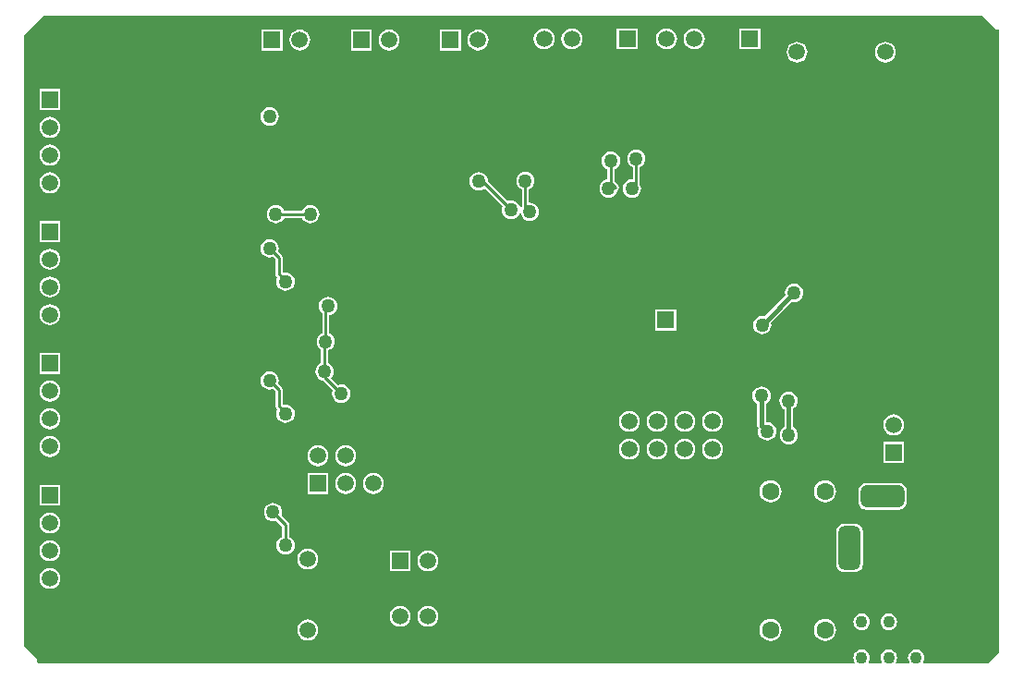
<source format=gbl>
%FSLAX25Y25*%
%MOIN*%
G70*
G01*
G75*
G04 Layer_Physical_Order=2*
G04 Layer_Color=16711680*
%ADD10R,0.03543X0.02756*%
%ADD11R,0.05512X0.04331*%
%ADD12O,0.01772X0.08268*%
%ADD13R,0.02756X0.03543*%
%ADD14R,0.03937X0.03543*%
%ADD15R,0.03150X0.03543*%
%ADD16R,0.02362X0.04528*%
%ADD17R,0.04724X0.04724*%
%ADD18R,0.04724X0.04724*%
%ADD19R,0.06693X0.01378*%
%ADD20R,0.12205X0.36142*%
%ADD21O,0.02756X0.09843*%
%ADD22R,0.06693X0.04331*%
%ADD23R,0.06299X0.04724*%
%ADD24R,0.07874X0.06299*%
%ADD25R,0.15748X0.08268*%
%ADD26R,0.09055X0.09055*%
%ADD27R,0.03543X0.03150*%
%ADD28R,0.04331X0.03150*%
%ADD29R,0.03937X0.02480*%
%ADD30R,0.05118X0.15748*%
%ADD31R,0.05315X0.01575*%
%ADD32R,0.07087X0.05512*%
%ADD33O,0.02165X0.06890*%
%ADD34O,0.06890X0.02165*%
%ADD35C,0.01500*%
%ADD36C,0.01000*%
%ADD37C,0.00800*%
%ADD38R,0.07874X0.05906*%
%ADD39R,0.07874X0.04921*%
%ADD40R,0.05906X0.05906*%
%ADD41C,0.05906*%
%ADD42C,0.19685*%
%ADD43C,0.04331*%
G04:AMPARAMS|DCode=44|XSize=157.48mil|YSize=78.74mil|CornerRadius=19.69mil|HoleSize=0mil|Usage=FLASHONLY|Rotation=0.000|XOffset=0mil|YOffset=0mil|HoleType=Round|Shape=RoundedRectangle|*
%AMROUNDEDRECTD44*
21,1,0.15748,0.03937,0,0,0.0*
21,1,0.11811,0.07874,0,0,0.0*
1,1,0.03937,0.05906,-0.01969*
1,1,0.03937,-0.05906,-0.01969*
1,1,0.03937,-0.05906,0.01969*
1,1,0.03937,0.05906,0.01969*
%
%ADD44ROUNDEDRECTD44*%
G04:AMPARAMS|DCode=45|XSize=157.48mil|YSize=78.74mil|CornerRadius=19.69mil|HoleSize=0mil|Usage=FLASHONLY|Rotation=90.000|XOffset=0mil|YOffset=0mil|HoleType=Round|Shape=RoundedRectangle|*
%AMROUNDEDRECTD45*
21,1,0.15748,0.03937,0,0,90.0*
21,1,0.11811,0.07874,0,0,90.0*
1,1,0.03937,0.01969,0.05906*
1,1,0.03937,0.01969,-0.05906*
1,1,0.03937,-0.01969,-0.05906*
1,1,0.03937,-0.01969,0.05906*
%
%ADD45ROUNDEDRECTD45*%
%ADD46R,0.05906X0.05906*%
%ADD47C,0.06299*%
%ADD48C,0.05709*%
%ADD49O,0.07480X0.04724*%
%ADD50C,0.05000*%
%ADD51C,0.03937*%
G36*
X346500Y-1500D02*
X351000Y-6000D01*
X352000D01*
Y-230500D01*
X348000Y-234500D01*
X324908D01*
X324687Y-234052D01*
X324733Y-233992D01*
X325032Y-233270D01*
X325133Y-232496D01*
X325032Y-231722D01*
X324733Y-231001D01*
X324257Y-230381D01*
X323638Y-229906D01*
X322917Y-229607D01*
X322143Y-229505D01*
X321368Y-229607D01*
X320647Y-229906D01*
X320028Y-230381D01*
X319552Y-231001D01*
X319253Y-231722D01*
X319152Y-232496D01*
X319253Y-233270D01*
X319552Y-233992D01*
X319598Y-234052D01*
X319377Y-234500D01*
X315065D01*
X314844Y-234052D01*
X314890Y-233992D01*
X315189Y-233270D01*
X315291Y-232496D01*
X315189Y-231722D01*
X314890Y-231001D01*
X314415Y-230381D01*
X313795Y-229906D01*
X313074Y-229607D01*
X312300Y-229505D01*
X311526Y-229607D01*
X310805Y-229906D01*
X310185Y-230381D01*
X309710Y-231001D01*
X309411Y-231722D01*
X309309Y-232496D01*
X309411Y-233270D01*
X309710Y-233992D01*
X309756Y-234052D01*
X309535Y-234500D01*
X305223D01*
X305002Y-234052D01*
X305048Y-233992D01*
X305346Y-233270D01*
X305448Y-232496D01*
X305346Y-231722D01*
X305048Y-231001D01*
X304572Y-230381D01*
X303953Y-229906D01*
X303232Y-229607D01*
X302457Y-229505D01*
X301683Y-229607D01*
X300962Y-229906D01*
X300343Y-230381D01*
X299867Y-231001D01*
X299568Y-231722D01*
X299466Y-232496D01*
X299568Y-233270D01*
X299867Y-233992D01*
X299913Y-234052D01*
X299692Y-234500D01*
X5500D01*
X5000Y-234000D01*
Y-233000D01*
X500Y-228500D01*
Y-225500D01*
Y-8000D01*
X6500Y-2000D01*
X7500Y-1000D01*
X346000D01*
X346500Y-1500D01*
D02*
G37*
%LPC*%
G36*
X116400Y-155815D02*
X115420Y-155944D01*
X114507Y-156322D01*
X113724Y-156923D01*
X113122Y-157707D01*
X112744Y-158620D01*
X112615Y-159600D01*
X112744Y-160580D01*
X113122Y-161493D01*
X113724Y-162276D01*
X114507Y-162878D01*
X115420Y-163256D01*
X116400Y-163385D01*
X117380Y-163256D01*
X118293Y-162878D01*
X119077Y-162276D01*
X119678Y-161493D01*
X120056Y-160580D01*
X120185Y-159600D01*
X120056Y-158620D01*
X119678Y-157707D01*
X119077Y-156923D01*
X118293Y-156322D01*
X117380Y-155944D01*
X116400Y-155815D01*
D02*
G37*
G36*
X106400D02*
X105420Y-155944D01*
X104507Y-156322D01*
X103724Y-156923D01*
X103122Y-157707D01*
X102744Y-158620D01*
X102615Y-159600D01*
X102744Y-160580D01*
X103122Y-161493D01*
X103724Y-162276D01*
X104507Y-162878D01*
X105420Y-163256D01*
X106400Y-163385D01*
X107380Y-163256D01*
X108293Y-162878D01*
X109076Y-162276D01*
X109678Y-161493D01*
X110056Y-160580D01*
X110185Y-159600D01*
X110056Y-158620D01*
X109678Y-157707D01*
X109076Y-156923D01*
X108293Y-156322D01*
X107380Y-155944D01*
X106400Y-155815D01*
D02*
G37*
G36*
X218700Y-153415D02*
X217720Y-153544D01*
X216807Y-153922D01*
X216023Y-154524D01*
X215422Y-155307D01*
X215044Y-156220D01*
X214915Y-157200D01*
X215044Y-158180D01*
X215422Y-159093D01*
X216023Y-159877D01*
X216807Y-160478D01*
X217720Y-160856D01*
X218700Y-160985D01*
X219680Y-160856D01*
X220593Y-160478D01*
X221376Y-159877D01*
X221978Y-159093D01*
X222356Y-158180D01*
X222485Y-157200D01*
X222356Y-156220D01*
X221978Y-155307D01*
X221376Y-154524D01*
X220593Y-153922D01*
X219680Y-153544D01*
X218700Y-153415D01*
D02*
G37*
G36*
X317790Y-154647D02*
X310284D01*
Y-162153D01*
X317790D01*
Y-154647D01*
D02*
G37*
G36*
X116400Y-165815D02*
X115420Y-165944D01*
X114507Y-166322D01*
X113724Y-166923D01*
X113122Y-167707D01*
X112744Y-168620D01*
X112615Y-169600D01*
X112744Y-170580D01*
X113122Y-171493D01*
X113724Y-172276D01*
X114507Y-172878D01*
X115420Y-173256D01*
X116400Y-173385D01*
X117380Y-173256D01*
X118293Y-172878D01*
X119077Y-172276D01*
X119678Y-171493D01*
X120056Y-170580D01*
X120185Y-169600D01*
X120056Y-168620D01*
X119678Y-167707D01*
X119077Y-166923D01*
X118293Y-166322D01*
X117380Y-165944D01*
X116400Y-165815D01*
D02*
G37*
G36*
X289300Y-168416D02*
X288269Y-168552D01*
X287308Y-168950D01*
X286483Y-169583D01*
X285850Y-170408D01*
X285452Y-171369D01*
X285316Y-172400D01*
X285452Y-173431D01*
X285850Y-174392D01*
X286483Y-175217D01*
X287308Y-175850D01*
X288269Y-176248D01*
X289300Y-176384D01*
X290331Y-176248D01*
X291292Y-175850D01*
X292117Y-175217D01*
X292750Y-174392D01*
X293148Y-173431D01*
X293284Y-172400D01*
X293148Y-171369D01*
X292750Y-170408D01*
X292117Y-169583D01*
X291292Y-168950D01*
X290331Y-168552D01*
X289300Y-168416D01*
D02*
G37*
G36*
X110153Y-165847D02*
X102647D01*
Y-173353D01*
X110153D01*
Y-165847D01*
D02*
G37*
G36*
X126400Y-165815D02*
X125420Y-165944D01*
X124507Y-166322D01*
X123723Y-166923D01*
X123122Y-167707D01*
X122744Y-168620D01*
X122615Y-169600D01*
X122744Y-170580D01*
X123122Y-171493D01*
X123723Y-172276D01*
X124507Y-172878D01*
X125420Y-173256D01*
X126400Y-173385D01*
X127380Y-173256D01*
X128293Y-172878D01*
X129077Y-172276D01*
X129678Y-171493D01*
X130056Y-170580D01*
X130185Y-169600D01*
X130056Y-168620D01*
X129678Y-167707D01*
X129077Y-166923D01*
X128293Y-166322D01*
X127380Y-165944D01*
X126400Y-165815D01*
D02*
G37*
G36*
X228700Y-153415D02*
X227720Y-153544D01*
X226807Y-153922D01*
X226024Y-154524D01*
X225422Y-155307D01*
X225044Y-156220D01*
X224915Y-157200D01*
X225044Y-158180D01*
X225422Y-159093D01*
X226024Y-159877D01*
X226807Y-160478D01*
X227720Y-160856D01*
X228700Y-160985D01*
X229680Y-160856D01*
X230593Y-160478D01*
X231377Y-159877D01*
X231978Y-159093D01*
X232356Y-158180D01*
X232485Y-157200D01*
X232356Y-156220D01*
X231978Y-155307D01*
X231377Y-154524D01*
X230593Y-153922D01*
X229680Y-153544D01*
X228700Y-153415D01*
D02*
G37*
G36*
X314037Y-144615D02*
X313057Y-144744D01*
X312144Y-145122D01*
X311361Y-145723D01*
X310759Y-146507D01*
X310381Y-147420D01*
X310252Y-148400D01*
X310381Y-149380D01*
X310759Y-150293D01*
X311361Y-151076D01*
X312144Y-151678D01*
X313057Y-152056D01*
X314037Y-152185D01*
X315017Y-152056D01*
X315930Y-151678D01*
X316714Y-151076D01*
X317315Y-150293D01*
X317693Y-149380D01*
X317822Y-148400D01*
X317693Y-147420D01*
X317315Y-146507D01*
X316714Y-145723D01*
X315930Y-145122D01*
X315017Y-144744D01*
X314037Y-144615D01*
D02*
G37*
G36*
X266400Y-134671D02*
X265539Y-134785D01*
X264736Y-135117D01*
X264046Y-135646D01*
X263517Y-136336D01*
X263185Y-137138D01*
X263071Y-138000D01*
X263185Y-138862D01*
X263517Y-139664D01*
X264046Y-140354D01*
X264736Y-140883D01*
X264820Y-140917D01*
Y-148700D01*
X264940Y-149305D01*
X265228Y-149735D01*
X265185Y-149838D01*
X265072Y-150700D01*
X265185Y-151561D01*
X265517Y-152364D01*
X266046Y-153054D01*
X266736Y-153583D01*
X267538Y-153915D01*
X268400Y-154028D01*
X269262Y-153915D01*
X270064Y-153583D01*
X270754Y-153054D01*
X271283Y-152364D01*
X271615Y-151561D01*
X271728Y-150700D01*
X271615Y-149838D01*
X271283Y-149036D01*
X270754Y-148346D01*
X270064Y-147818D01*
X269262Y-147485D01*
X268400Y-147371D01*
X268356Y-147377D01*
X267980Y-147048D01*
Y-140917D01*
X268064Y-140883D01*
X268754Y-140354D01*
X269283Y-139664D01*
X269615Y-138862D01*
X269728Y-138000D01*
X269615Y-137138D01*
X269283Y-136336D01*
X268754Y-135646D01*
X268064Y-135117D01*
X267262Y-134785D01*
X266400Y-134671D01*
D02*
G37*
G36*
X228700Y-143415D02*
X227720Y-143544D01*
X226807Y-143922D01*
X226024Y-144524D01*
X225422Y-145307D01*
X225044Y-146220D01*
X224915Y-147200D01*
X225044Y-148180D01*
X225422Y-149093D01*
X226024Y-149876D01*
X226807Y-150478D01*
X227720Y-150856D01*
X228700Y-150985D01*
X229680Y-150856D01*
X230593Y-150478D01*
X231377Y-149876D01*
X231978Y-149093D01*
X232356Y-148180D01*
X232485Y-147200D01*
X232356Y-146220D01*
X231978Y-145307D01*
X231377Y-144524D01*
X230593Y-143922D01*
X229680Y-143544D01*
X228700Y-143415D01*
D02*
G37*
G36*
X218700D02*
X217720Y-143544D01*
X216807Y-143922D01*
X216023Y-144524D01*
X215422Y-145307D01*
X215044Y-146220D01*
X214915Y-147200D01*
X215044Y-148180D01*
X215422Y-149093D01*
X216023Y-149876D01*
X216807Y-150478D01*
X217720Y-150856D01*
X218700Y-150985D01*
X219680Y-150856D01*
X220593Y-150478D01*
X221376Y-149876D01*
X221978Y-149093D01*
X222356Y-148180D01*
X222485Y-147200D01*
X222356Y-146220D01*
X221978Y-145307D01*
X221376Y-144524D01*
X220593Y-143922D01*
X219680Y-143544D01*
X218700Y-143415D01*
D02*
G37*
G36*
X248700Y-153415D02*
X247720Y-153544D01*
X246807Y-153922D01*
X246024Y-154524D01*
X245422Y-155307D01*
X245044Y-156220D01*
X244915Y-157200D01*
X245044Y-158180D01*
X245422Y-159093D01*
X246024Y-159877D01*
X246807Y-160478D01*
X247720Y-160856D01*
X248700Y-160985D01*
X249680Y-160856D01*
X250593Y-160478D01*
X251377Y-159877D01*
X251978Y-159093D01*
X252356Y-158180D01*
X252485Y-157200D01*
X252356Y-156220D01*
X251978Y-155307D01*
X251377Y-154524D01*
X250593Y-153922D01*
X249680Y-153544D01*
X248700Y-153415D01*
D02*
G37*
G36*
X238700D02*
X237720Y-153544D01*
X236807Y-153922D01*
X236023Y-154524D01*
X235422Y-155307D01*
X235044Y-156220D01*
X234915Y-157200D01*
X235044Y-158180D01*
X235422Y-159093D01*
X236023Y-159877D01*
X236807Y-160478D01*
X237720Y-160856D01*
X238700Y-160985D01*
X239680Y-160856D01*
X240593Y-160478D01*
X241376Y-159877D01*
X241978Y-159093D01*
X242356Y-158180D01*
X242485Y-157200D01*
X242356Y-156220D01*
X241978Y-155307D01*
X241376Y-154524D01*
X240593Y-153922D01*
X239680Y-153544D01*
X238700Y-153415D01*
D02*
G37*
G36*
X276100Y-136471D02*
X275238Y-136585D01*
X274436Y-136917D01*
X273746Y-137446D01*
X273218Y-138136D01*
X272885Y-138938D01*
X272772Y-139800D01*
X272885Y-140662D01*
X273218Y-141464D01*
X273746Y-142154D01*
X274436Y-142683D01*
X274620Y-142759D01*
Y-149283D01*
X274536Y-149318D01*
X273846Y-149846D01*
X273318Y-150536D01*
X272985Y-151339D01*
X272871Y-152200D01*
X272985Y-153061D01*
X273318Y-153864D01*
X273846Y-154554D01*
X274536Y-155082D01*
X275339Y-155415D01*
X276200Y-155528D01*
X277062Y-155415D01*
X277864Y-155082D01*
X278554Y-154554D01*
X279082Y-153864D01*
X279415Y-153061D01*
X279528Y-152200D01*
X279415Y-151339D01*
X279082Y-150536D01*
X278554Y-149846D01*
X277864Y-149318D01*
X277780Y-149283D01*
Y-142670D01*
X278454Y-142154D01*
X278982Y-141464D01*
X279315Y-140662D01*
X279429Y-139800D01*
X279315Y-138938D01*
X278982Y-138136D01*
X278454Y-137446D01*
X277764Y-136917D01*
X276961Y-136585D01*
X276100Y-136471D01*
D02*
G37*
G36*
X9664Y-152491D02*
X8684Y-152620D01*
X7771Y-152998D01*
X6987Y-153600D01*
X6386Y-154384D01*
X6008Y-155297D01*
X5879Y-156276D01*
X6008Y-157256D01*
X6386Y-158169D01*
X6987Y-158953D01*
X7771Y-159554D01*
X8684Y-159932D01*
X9664Y-160062D01*
X10643Y-159932D01*
X11556Y-159554D01*
X12340Y-158953D01*
X12942Y-158169D01*
X13320Y-157256D01*
X13449Y-156276D01*
X13320Y-155297D01*
X12942Y-154384D01*
X12340Y-153600D01*
X11556Y-152998D01*
X10643Y-152620D01*
X9664Y-152491D01*
D02*
G37*
G36*
X269615Y-168416D02*
X268584Y-168552D01*
X267623Y-168950D01*
X266798Y-169583D01*
X266165Y-170408D01*
X265767Y-171369D01*
X265631Y-172400D01*
X265767Y-173431D01*
X266165Y-174392D01*
X266798Y-175217D01*
X267623Y-175850D01*
X268584Y-176248D01*
X269615Y-176384D01*
X270646Y-176248D01*
X271607Y-175850D01*
X272432Y-175217D01*
X273065Y-174392D01*
X273463Y-173431D01*
X273599Y-172400D01*
X273463Y-171369D01*
X273065Y-170408D01*
X272432Y-169583D01*
X271607Y-168950D01*
X270646Y-168552D01*
X269615Y-168416D01*
D02*
G37*
G36*
X136000Y-213715D02*
X135020Y-213844D01*
X134107Y-214222D01*
X133324Y-214824D01*
X132722Y-215607D01*
X132344Y-216520D01*
X132215Y-217500D01*
X132344Y-218480D01*
X132722Y-219393D01*
X133324Y-220177D01*
X134107Y-220778D01*
X135020Y-221156D01*
X136000Y-221285D01*
X136980Y-221156D01*
X137893Y-220778D01*
X138677Y-220177D01*
X139278Y-219393D01*
X139656Y-218480D01*
X139785Y-217500D01*
X139656Y-216520D01*
X139278Y-215607D01*
X138677Y-214824D01*
X137893Y-214222D01*
X136980Y-213844D01*
X136000Y-213715D01*
D02*
G37*
G36*
X312300Y-216513D02*
X311526Y-216615D01*
X310805Y-216914D01*
X310185Y-217389D01*
X309710Y-218008D01*
X309411Y-218730D01*
X309309Y-219504D01*
X309411Y-220278D01*
X309710Y-220999D01*
X310185Y-221619D01*
X310805Y-222094D01*
X311526Y-222393D01*
X312300Y-222495D01*
X313074Y-222393D01*
X313795Y-222094D01*
X314415Y-221619D01*
X314890Y-220999D01*
X315189Y-220278D01*
X315291Y-219504D01*
X315189Y-218730D01*
X314890Y-218008D01*
X314415Y-217389D01*
X313795Y-216914D01*
X313074Y-216615D01*
X312300Y-216513D01*
D02*
G37*
G36*
X9664Y-200091D02*
X8684Y-200220D01*
X7771Y-200598D01*
X6987Y-201200D01*
X6386Y-201984D01*
X6008Y-202897D01*
X5879Y-203876D01*
X6008Y-204856D01*
X6386Y-205769D01*
X6987Y-206553D01*
X7771Y-207154D01*
X8684Y-207533D01*
X9664Y-207662D01*
X10643Y-207533D01*
X11556Y-207154D01*
X12340Y-206553D01*
X12942Y-205769D01*
X13320Y-204856D01*
X13449Y-203876D01*
X13320Y-202897D01*
X12942Y-201984D01*
X12340Y-201200D01*
X11556Y-200598D01*
X10643Y-200220D01*
X9664Y-200091D01*
D02*
G37*
G36*
X146000Y-213715D02*
X145020Y-213844D01*
X144107Y-214222D01*
X143324Y-214824D01*
X142722Y-215607D01*
X142344Y-216520D01*
X142215Y-217500D01*
X142344Y-218480D01*
X142722Y-219393D01*
X143324Y-220177D01*
X144107Y-220778D01*
X145020Y-221156D01*
X146000Y-221285D01*
X146980Y-221156D01*
X147893Y-220778D01*
X148677Y-220177D01*
X149278Y-219393D01*
X149656Y-218480D01*
X149785Y-217500D01*
X149656Y-216520D01*
X149278Y-215607D01*
X148677Y-214824D01*
X147893Y-214222D01*
X146980Y-213844D01*
X146000Y-213715D01*
D02*
G37*
G36*
X289300Y-218416D02*
X288269Y-218552D01*
X287308Y-218950D01*
X286483Y-219583D01*
X285850Y-220408D01*
X285452Y-221369D01*
X285316Y-222400D01*
X285452Y-223431D01*
X285850Y-224392D01*
X286483Y-225217D01*
X287308Y-225850D01*
X288269Y-226248D01*
X289300Y-226384D01*
X290331Y-226248D01*
X291292Y-225850D01*
X292117Y-225217D01*
X292750Y-224392D01*
X293148Y-223431D01*
X293284Y-222400D01*
X293148Y-221369D01*
X292750Y-220408D01*
X292117Y-219583D01*
X291292Y-218950D01*
X290331Y-218552D01*
X289300Y-218416D01*
D02*
G37*
G36*
X269615D02*
X268584Y-218552D01*
X267623Y-218950D01*
X266798Y-219583D01*
X266165Y-220408D01*
X265767Y-221369D01*
X265631Y-222400D01*
X265767Y-223431D01*
X266165Y-224392D01*
X266798Y-225217D01*
X267623Y-225850D01*
X268584Y-226248D01*
X269615Y-226384D01*
X270646Y-226248D01*
X271607Y-225850D01*
X272432Y-225217D01*
X273065Y-224392D01*
X273463Y-223431D01*
X273599Y-222400D01*
X273463Y-221369D01*
X273065Y-220408D01*
X272432Y-219583D01*
X271607Y-218950D01*
X270646Y-218552D01*
X269615Y-218416D01*
D02*
G37*
G36*
X302457Y-216513D02*
X301683Y-216615D01*
X300962Y-216914D01*
X300343Y-217389D01*
X299867Y-218008D01*
X299568Y-218730D01*
X299466Y-219504D01*
X299568Y-220278D01*
X299867Y-220999D01*
X300343Y-221619D01*
X300962Y-222094D01*
X301683Y-222393D01*
X302457Y-222495D01*
X303232Y-222393D01*
X303953Y-222094D01*
X304572Y-221619D01*
X305048Y-220999D01*
X305346Y-220278D01*
X305448Y-219504D01*
X305346Y-218730D01*
X305048Y-218008D01*
X304572Y-217389D01*
X303953Y-216914D01*
X303232Y-216615D01*
X302457Y-216513D01*
D02*
G37*
G36*
X102742Y-218610D02*
X101762Y-218739D01*
X100849Y-219117D01*
X100065Y-219719D01*
X99464Y-220503D01*
X99086Y-221416D01*
X98957Y-222395D01*
X99086Y-223375D01*
X99464Y-224288D01*
X100065Y-225072D01*
X100849Y-225673D01*
X101762Y-226051D01*
X102742Y-226180D01*
X103721Y-226051D01*
X104634Y-225673D01*
X105418Y-225072D01*
X106020Y-224288D01*
X106398Y-223375D01*
X106527Y-222395D01*
X106398Y-221416D01*
X106020Y-220503D01*
X105418Y-219719D01*
X104634Y-219117D01*
X103721Y-218739D01*
X102742Y-218610D01*
D02*
G37*
G36*
X300132Y-184102D02*
X296195D01*
X295472Y-184197D01*
X294798Y-184476D01*
X294220Y-184920D01*
X293776Y-185498D01*
X293497Y-186172D01*
X293402Y-186895D01*
Y-198705D01*
X293497Y-199428D01*
X293776Y-200102D01*
X294220Y-200680D01*
X294798Y-201124D01*
X295472Y-201403D01*
X296195Y-201498D01*
X300132D01*
X300854Y-201403D01*
X301528Y-201124D01*
X302106Y-200680D01*
X302550Y-200102D01*
X302829Y-199428D01*
X302924Y-198705D01*
Y-186895D01*
X302829Y-186172D01*
X302550Y-185498D01*
X302106Y-184920D01*
X301528Y-184476D01*
X300854Y-184197D01*
X300132Y-184102D01*
D02*
G37*
G36*
X9664Y-180091D02*
X8684Y-180220D01*
X7771Y-180598D01*
X6987Y-181200D01*
X6386Y-181984D01*
X6008Y-182897D01*
X5879Y-183876D01*
X6008Y-184856D01*
X6386Y-185769D01*
X6987Y-186553D01*
X7771Y-187154D01*
X8684Y-187532D01*
X9664Y-187662D01*
X10643Y-187532D01*
X11556Y-187154D01*
X12340Y-186553D01*
X12942Y-185769D01*
X13320Y-184856D01*
X13449Y-183876D01*
X13320Y-182897D01*
X12942Y-181984D01*
X12340Y-181200D01*
X11556Y-180598D01*
X10643Y-180220D01*
X9664Y-180091D01*
D02*
G37*
G36*
X90200Y-176672D02*
X89338Y-176785D01*
X88536Y-177118D01*
X87846Y-177646D01*
X87317Y-178336D01*
X86985Y-179139D01*
X86871Y-180000D01*
X86985Y-180861D01*
X87317Y-181664D01*
X87846Y-182354D01*
X88536Y-182882D01*
X89338Y-183215D01*
X90200Y-183328D01*
X91062Y-183215D01*
X91400Y-183075D01*
X93338Y-185013D01*
Y-188953D01*
X93000Y-189094D01*
X92310Y-189623D01*
X91781Y-190312D01*
X91449Y-191115D01*
X91335Y-191976D01*
X91449Y-192838D01*
X91781Y-193641D01*
X92310Y-194330D01*
X93000Y-194859D01*
X93802Y-195191D01*
X94664Y-195305D01*
X95525Y-195191D01*
X96328Y-194859D01*
X97017Y-194330D01*
X97546Y-193641D01*
X97879Y-192838D01*
X97992Y-191976D01*
X97879Y-191115D01*
X97546Y-190312D01*
X97017Y-189623D01*
X96328Y-189094D01*
X95989Y-188953D01*
Y-184464D01*
X95888Y-183957D01*
X95601Y-183527D01*
X93275Y-181200D01*
X93415Y-180861D01*
X93528Y-180000D01*
X93415Y-179139D01*
X93083Y-178336D01*
X92554Y-177646D01*
X91864Y-177118D01*
X91062Y-176785D01*
X90200Y-176672D01*
D02*
G37*
G36*
X13417Y-170124D02*
X5911D01*
Y-177629D01*
X13417D01*
Y-170124D01*
D02*
G37*
G36*
X315880Y-169535D02*
X304068D01*
X303346Y-169630D01*
X302672Y-169909D01*
X302094Y-170353D01*
X301650Y-170931D01*
X301371Y-171605D01*
X301276Y-172327D01*
Y-176265D01*
X301371Y-176987D01*
X301650Y-177661D01*
X302094Y-178239D01*
X302672Y-178683D01*
X303346Y-178962D01*
X304068Y-179057D01*
X315880D01*
X316602Y-178962D01*
X317276Y-178683D01*
X317854Y-178239D01*
X318298Y-177661D01*
X318577Y-176987D01*
X318672Y-176265D01*
Y-172327D01*
X318577Y-171605D01*
X318298Y-170931D01*
X317854Y-170353D01*
X317276Y-169909D01*
X316602Y-169630D01*
X315880Y-169535D01*
D02*
G37*
G36*
X139753Y-193747D02*
X132247D01*
Y-201253D01*
X139753D01*
Y-193747D01*
D02*
G37*
G36*
X146000Y-193715D02*
X145020Y-193844D01*
X144107Y-194222D01*
X143324Y-194824D01*
X142722Y-195607D01*
X142344Y-196520D01*
X142215Y-197500D01*
X142344Y-198480D01*
X142722Y-199393D01*
X143324Y-200177D01*
X144107Y-200778D01*
X145020Y-201156D01*
X146000Y-201285D01*
X146980Y-201156D01*
X147893Y-200778D01*
X148677Y-200177D01*
X149278Y-199393D01*
X149656Y-198480D01*
X149785Y-197500D01*
X149656Y-196520D01*
X149278Y-195607D01*
X148677Y-194824D01*
X147893Y-194222D01*
X146980Y-193844D01*
X146000Y-193715D01*
D02*
G37*
G36*
X9664Y-190091D02*
X8684Y-190220D01*
X7771Y-190598D01*
X6987Y-191200D01*
X6386Y-191984D01*
X6008Y-192897D01*
X5879Y-193876D01*
X6008Y-194856D01*
X6386Y-195769D01*
X6987Y-196553D01*
X7771Y-197154D01*
X8684Y-197532D01*
X9664Y-197661D01*
X10643Y-197532D01*
X11556Y-197154D01*
X12340Y-196553D01*
X12942Y-195769D01*
X13320Y-194856D01*
X13449Y-193876D01*
X13320Y-192897D01*
X12942Y-191984D01*
X12340Y-191200D01*
X11556Y-190598D01*
X10643Y-190220D01*
X9664Y-190091D01*
D02*
G37*
G36*
X102742Y-193020D02*
X101762Y-193149D01*
X100849Y-193527D01*
X100065Y-194128D01*
X99464Y-194912D01*
X99086Y-195825D01*
X98957Y-196805D01*
X99086Y-197784D01*
X99464Y-198697D01*
X100065Y-199481D01*
X100849Y-200083D01*
X101762Y-200461D01*
X102742Y-200590D01*
X103721Y-200461D01*
X104634Y-200083D01*
X105418Y-199481D01*
X106020Y-198697D01*
X106398Y-197784D01*
X106527Y-196805D01*
X106398Y-195825D01*
X106020Y-194912D01*
X105418Y-194128D01*
X104634Y-193527D01*
X103721Y-193149D01*
X102742Y-193020D01*
D02*
G37*
G36*
X238700Y-143415D02*
X237720Y-143544D01*
X236807Y-143922D01*
X236023Y-144524D01*
X235422Y-145307D01*
X235044Y-146220D01*
X234915Y-147200D01*
X235044Y-148180D01*
X235422Y-149093D01*
X236023Y-149876D01*
X236807Y-150478D01*
X237720Y-150856D01*
X238700Y-150985D01*
X239680Y-150856D01*
X240593Y-150478D01*
X241376Y-149876D01*
X241978Y-149093D01*
X242356Y-148180D01*
X242485Y-147200D01*
X242356Y-146220D01*
X241978Y-145307D01*
X241376Y-144524D01*
X240593Y-143922D01*
X239680Y-143544D01*
X238700Y-143415D01*
D02*
G37*
G36*
X99860Y-5844D02*
X98880Y-5973D01*
X97967Y-6351D01*
X97183Y-6953D01*
X96582Y-7737D01*
X96204Y-8649D01*
X96075Y-9629D01*
X96204Y-10609D01*
X96582Y-11522D01*
X97183Y-12306D01*
X97967Y-12907D01*
X98880Y-13285D01*
X99860Y-13414D01*
X100839Y-13285D01*
X101752Y-12907D01*
X102536Y-12306D01*
X103138Y-11522D01*
X103516Y-10609D01*
X103645Y-9629D01*
X103516Y-8649D01*
X103138Y-7737D01*
X102536Y-6953D01*
X101752Y-6351D01*
X100839Y-5973D01*
X99860Y-5844D01*
D02*
G37*
G36*
X311024Y-10215D02*
X310044Y-10344D01*
X309131Y-10722D01*
X308347Y-11323D01*
X307746Y-12107D01*
X307367Y-13020D01*
X307239Y-14000D01*
X307367Y-14980D01*
X307746Y-15893D01*
X308347Y-16677D01*
X309131Y-17278D01*
X310044Y-17656D01*
X311024Y-17785D01*
X312003Y-17656D01*
X312916Y-17278D01*
X313700Y-16677D01*
X314302Y-15893D01*
X314680Y-14980D01*
X314809Y-14000D01*
X314680Y-13020D01*
X314302Y-12107D01*
X313700Y-11323D01*
X312916Y-10722D01*
X312003Y-10344D01*
X311024Y-10215D01*
D02*
G37*
G36*
X164140Y-5844D02*
X163161Y-5973D01*
X162248Y-6351D01*
X161464Y-6953D01*
X160862Y-7737D01*
X160484Y-8649D01*
X160355Y-9629D01*
X160484Y-10609D01*
X160862Y-11522D01*
X161464Y-12306D01*
X162248Y-12907D01*
X163161Y-13285D01*
X164140Y-13414D01*
X165120Y-13285D01*
X166033Y-12907D01*
X166817Y-12306D01*
X167418Y-11522D01*
X167796Y-10609D01*
X167925Y-9629D01*
X167796Y-8649D01*
X167418Y-7737D01*
X166817Y-6953D01*
X166033Y-6351D01*
X165120Y-5973D01*
X164140Y-5844D01*
D02*
G37*
G36*
X132000D02*
X131020Y-5973D01*
X130107Y-6351D01*
X129323Y-6953D01*
X128722Y-7737D01*
X128344Y-8649D01*
X128215Y-9629D01*
X128344Y-10609D01*
X128722Y-11522D01*
X129323Y-12306D01*
X130107Y-12907D01*
X131020Y-13285D01*
X132000Y-13414D01*
X132980Y-13285D01*
X133893Y-12907D01*
X134677Y-12306D01*
X135278Y-11522D01*
X135656Y-10609D01*
X135785Y-9629D01*
X135656Y-8649D01*
X135278Y-7737D01*
X134677Y-6953D01*
X133893Y-6351D01*
X132980Y-5973D01*
X132000Y-5844D01*
D02*
G37*
G36*
X279200Y-10215D02*
X278220Y-10344D01*
X277307Y-10722D01*
X276523Y-11323D01*
X275922Y-12107D01*
X275544Y-13020D01*
X275415Y-14000D01*
X275544Y-14980D01*
X275922Y-15893D01*
X276523Y-16677D01*
X277307Y-17278D01*
X278220Y-17656D01*
X279200Y-17785D01*
X280180Y-17656D01*
X281093Y-17278D01*
X281876Y-16677D01*
X282478Y-15893D01*
X282856Y-14980D01*
X282985Y-14000D01*
X282856Y-13020D01*
X282478Y-12107D01*
X281876Y-11323D01*
X281093Y-10722D01*
X280180Y-10344D01*
X279200Y-10215D01*
D02*
G37*
G36*
X9664Y-37291D02*
X8684Y-37420D01*
X7771Y-37798D01*
X6987Y-38400D01*
X6386Y-39184D01*
X6008Y-40097D01*
X5879Y-41076D01*
X6008Y-42056D01*
X6386Y-42969D01*
X6987Y-43753D01*
X7771Y-44354D01*
X8684Y-44732D01*
X9664Y-44862D01*
X10643Y-44732D01*
X11556Y-44354D01*
X12340Y-43753D01*
X12942Y-42969D01*
X13320Y-42056D01*
X13449Y-41076D01*
X13320Y-40097D01*
X12942Y-39184D01*
X12340Y-38400D01*
X11556Y-37798D01*
X10643Y-37420D01*
X9664Y-37291D01*
D02*
G37*
G36*
Y-47291D02*
X8684Y-47420D01*
X7771Y-47798D01*
X6987Y-48400D01*
X6386Y-49184D01*
X6008Y-50097D01*
X5879Y-51076D01*
X6008Y-52056D01*
X6386Y-52969D01*
X6987Y-53753D01*
X7771Y-54354D01*
X8684Y-54733D01*
X9664Y-54861D01*
X10643Y-54733D01*
X11556Y-54354D01*
X12340Y-53753D01*
X12942Y-52969D01*
X13320Y-52056D01*
X13449Y-51076D01*
X13320Y-50097D01*
X12942Y-49184D01*
X12340Y-48400D01*
X11556Y-47798D01*
X10643Y-47420D01*
X9664Y-47291D01*
D02*
G37*
G36*
X13417Y-27324D02*
X5911D01*
Y-34829D01*
X13417D01*
Y-27324D01*
D02*
G37*
G36*
X88964Y-33848D02*
X88102Y-33961D01*
X87300Y-34294D01*
X86610Y-34823D01*
X86081Y-35512D01*
X85749Y-36315D01*
X85635Y-37176D01*
X85749Y-38038D01*
X86081Y-38841D01*
X86610Y-39530D01*
X87300Y-40059D01*
X88102Y-40391D01*
X88964Y-40505D01*
X89825Y-40391D01*
X90628Y-40059D01*
X91317Y-39530D01*
X91846Y-38841D01*
X92179Y-38038D01*
X92292Y-37176D01*
X92179Y-36315D01*
X91846Y-35512D01*
X91317Y-34823D01*
X90628Y-34294D01*
X89825Y-33961D01*
X88964Y-33848D01*
D02*
G37*
G36*
X242126Y-5388D02*
X241146Y-5517D01*
X240233Y-5895D01*
X239450Y-6497D01*
X238848Y-7281D01*
X238470Y-8194D01*
X238341Y-9173D01*
X238470Y-10153D01*
X238848Y-11066D01*
X239450Y-11850D01*
X240233Y-12451D01*
X241146Y-12829D01*
X242126Y-12958D01*
X243106Y-12829D01*
X244019Y-12451D01*
X244802Y-11850D01*
X245404Y-11066D01*
X245782Y-10153D01*
X245911Y-9173D01*
X245782Y-8194D01*
X245404Y-7281D01*
X244802Y-6497D01*
X244019Y-5895D01*
X243106Y-5517D01*
X242126Y-5388D01*
D02*
G37*
G36*
X232126D02*
X231146Y-5517D01*
X230233Y-5895D01*
X229450Y-6497D01*
X228848Y-7281D01*
X228470Y-8194D01*
X228341Y-9173D01*
X228470Y-10153D01*
X228848Y-11066D01*
X229450Y-11850D01*
X230233Y-12451D01*
X231146Y-12829D01*
X232126Y-12958D01*
X233106Y-12829D01*
X234018Y-12451D01*
X234803Y-11850D01*
X235404Y-11066D01*
X235782Y-10153D01*
X235911Y-9173D01*
X235782Y-8194D01*
X235404Y-7281D01*
X234803Y-6497D01*
X234018Y-5895D01*
X233106Y-5517D01*
X232126Y-5388D01*
D02*
G37*
G36*
X265879Y-5421D02*
X258373D01*
Y-12926D01*
X265879D01*
Y-5421D01*
D02*
G37*
G36*
X221679D02*
X214173D01*
Y-12926D01*
X221679D01*
Y-5421D01*
D02*
G37*
G36*
X197926Y-5388D02*
X196946Y-5517D01*
X196033Y-5895D01*
X195249Y-6497D01*
X194648Y-7281D01*
X194270Y-8194D01*
X194141Y-9173D01*
X194270Y-10153D01*
X194648Y-11066D01*
X195249Y-11850D01*
X196033Y-12451D01*
X196946Y-12829D01*
X197926Y-12958D01*
X198906Y-12829D01*
X199819Y-12451D01*
X200603Y-11850D01*
X201204Y-11066D01*
X201582Y-10153D01*
X201711Y-9173D01*
X201582Y-8194D01*
X201204Y-7281D01*
X200603Y-6497D01*
X199819Y-5895D01*
X198906Y-5517D01*
X197926Y-5388D01*
D02*
G37*
G36*
X125753Y-5876D02*
X118247D01*
Y-13382D01*
X125753D01*
Y-5876D01*
D02*
G37*
G36*
X93613D02*
X86107D01*
Y-13382D01*
X93613D01*
Y-5876D01*
D02*
G37*
G36*
X187926Y-5388D02*
X186946Y-5517D01*
X186033Y-5895D01*
X185249Y-6497D01*
X184648Y-7281D01*
X184270Y-8194D01*
X184141Y-9173D01*
X184270Y-10153D01*
X184648Y-11066D01*
X185249Y-11850D01*
X186033Y-12451D01*
X186946Y-12829D01*
X187926Y-12958D01*
X188906Y-12829D01*
X189819Y-12451D01*
X190603Y-11850D01*
X191204Y-11066D01*
X191582Y-10153D01*
X191711Y-9173D01*
X191582Y-8194D01*
X191204Y-7281D01*
X190603Y-6497D01*
X189819Y-5895D01*
X188906Y-5517D01*
X187926Y-5388D01*
D02*
G37*
G36*
X157893Y-5876D02*
X150387D01*
Y-13382D01*
X157893D01*
Y-5876D01*
D02*
G37*
G36*
X235613Y-106903D02*
X228108D01*
Y-114409D01*
X235613D01*
Y-106903D01*
D02*
G37*
G36*
X13417Y-122524D02*
X5911D01*
Y-130029D01*
X13417D01*
Y-122524D01*
D02*
G37*
G36*
X278156Y-97471D02*
X277294Y-97585D01*
X276492Y-97917D01*
X275802Y-98446D01*
X275273Y-99136D01*
X274941Y-99938D01*
X274827Y-100800D01*
X274941Y-101662D01*
X274976Y-101745D01*
X267501Y-109220D01*
X267417Y-109185D01*
X266556Y-109072D01*
X265694Y-109185D01*
X264892Y-109518D01*
X264202Y-110046D01*
X263673Y-110736D01*
X263341Y-111539D01*
X263227Y-112400D01*
X263341Y-113261D01*
X263673Y-114064D01*
X264202Y-114754D01*
X264892Y-115282D01*
X265694Y-115615D01*
X266556Y-115728D01*
X267417Y-115615D01*
X268220Y-115282D01*
X268910Y-114754D01*
X269439Y-114064D01*
X269771Y-113261D01*
X269884Y-112400D01*
X269771Y-111539D01*
X269736Y-111455D01*
X277211Y-103980D01*
X277294Y-104015D01*
X278156Y-104129D01*
X279017Y-104015D01*
X279820Y-103682D01*
X280509Y-103154D01*
X281038Y-102464D01*
X281371Y-101662D01*
X281484Y-100800D01*
X281371Y-99938D01*
X281038Y-99136D01*
X280509Y-98446D01*
X279820Y-97917D01*
X279017Y-97585D01*
X278156Y-97471D01*
D02*
G37*
G36*
X9664Y-104891D02*
X8684Y-105020D01*
X7771Y-105398D01*
X6987Y-106000D01*
X6386Y-106784D01*
X6008Y-107697D01*
X5879Y-108676D01*
X6008Y-109656D01*
X6386Y-110569D01*
X6987Y-111353D01*
X7771Y-111954D01*
X8684Y-112332D01*
X9664Y-112461D01*
X10643Y-112332D01*
X11556Y-111954D01*
X12340Y-111353D01*
X12942Y-110569D01*
X13320Y-109656D01*
X13449Y-108676D01*
X13320Y-107697D01*
X12942Y-106784D01*
X12340Y-106000D01*
X11556Y-105398D01*
X10643Y-105020D01*
X9664Y-104891D01*
D02*
G37*
G36*
Y-132491D02*
X8684Y-132620D01*
X7771Y-132998D01*
X6987Y-133600D01*
X6386Y-134384D01*
X6008Y-135297D01*
X5879Y-136276D01*
X6008Y-137256D01*
X6386Y-138169D01*
X6987Y-138953D01*
X7771Y-139554D01*
X8684Y-139933D01*
X9664Y-140061D01*
X10643Y-139933D01*
X11556Y-139554D01*
X12340Y-138953D01*
X12942Y-138169D01*
X13320Y-137256D01*
X13449Y-136276D01*
X13320Y-135297D01*
X12942Y-134384D01*
X12340Y-133600D01*
X11556Y-132998D01*
X10643Y-132620D01*
X9664Y-132491D01*
D02*
G37*
G36*
Y-142491D02*
X8684Y-142620D01*
X7771Y-142998D01*
X6987Y-143600D01*
X6386Y-144384D01*
X6008Y-145297D01*
X5879Y-146276D01*
X6008Y-147256D01*
X6386Y-148169D01*
X6987Y-148953D01*
X7771Y-149554D01*
X8684Y-149933D01*
X9664Y-150062D01*
X10643Y-149933D01*
X11556Y-149554D01*
X12340Y-148953D01*
X12942Y-148169D01*
X13320Y-147256D01*
X13449Y-146276D01*
X13320Y-145297D01*
X12942Y-144384D01*
X12340Y-143600D01*
X11556Y-142998D01*
X10643Y-142620D01*
X9664Y-142491D01*
D02*
G37*
G36*
X248700Y-143415D02*
X247720Y-143544D01*
X246807Y-143922D01*
X246024Y-144524D01*
X245422Y-145307D01*
X245044Y-146220D01*
X244915Y-147200D01*
X245044Y-148180D01*
X245422Y-149093D01*
X246024Y-149876D01*
X246807Y-150478D01*
X247720Y-150856D01*
X248700Y-150985D01*
X249680Y-150856D01*
X250593Y-150478D01*
X251377Y-149876D01*
X251978Y-149093D01*
X252356Y-148180D01*
X252485Y-147200D01*
X252356Y-146220D01*
X251978Y-145307D01*
X251377Y-144524D01*
X250593Y-143922D01*
X249680Y-143544D01*
X248700Y-143415D01*
D02*
G37*
G36*
X110010Y-102256D02*
X109149Y-102369D01*
X108346Y-102702D01*
X107657Y-103231D01*
X107128Y-103920D01*
X106795Y-104723D01*
X106682Y-105584D01*
X106795Y-106446D01*
X107128Y-107248D01*
X107657Y-107938D01*
X107875Y-108105D01*
Y-115377D01*
X107536Y-115517D01*
X106846Y-116046D01*
X106317Y-116736D01*
X105985Y-117538D01*
X105871Y-118400D01*
X105985Y-119262D01*
X106317Y-120064D01*
X106846Y-120754D01*
X107475Y-121236D01*
Y-126177D01*
X107136Y-126318D01*
X106446Y-126846D01*
X105918Y-127536D01*
X105585Y-128339D01*
X105472Y-129200D01*
X105585Y-130061D01*
X105918Y-130864D01*
X106446Y-131554D01*
X107136Y-132082D01*
X107939Y-132415D01*
X108171Y-132446D01*
X111725Y-136000D01*
X111585Y-136338D01*
X111471Y-137200D01*
X111585Y-138061D01*
X111917Y-138864D01*
X112446Y-139554D01*
X113136Y-140083D01*
X113938Y-140415D01*
X114800Y-140529D01*
X115662Y-140415D01*
X116464Y-140083D01*
X117154Y-139554D01*
X117683Y-138864D01*
X118015Y-138061D01*
X118129Y-137200D01*
X118015Y-136338D01*
X117683Y-135536D01*
X117154Y-134846D01*
X116464Y-134318D01*
X115662Y-133985D01*
X114800Y-133871D01*
X113938Y-133985D01*
X113600Y-134125D01*
X111146Y-131671D01*
X111154Y-131554D01*
X111682Y-130864D01*
X112015Y-130061D01*
X112128Y-129200D01*
X112015Y-128339D01*
X111682Y-127536D01*
X111154Y-126846D01*
X110464Y-126318D01*
X110126Y-126177D01*
Y-121589D01*
X110864Y-121282D01*
X111554Y-120754D01*
X112083Y-120064D01*
X112415Y-119262D01*
X112529Y-118400D01*
X112415Y-117538D01*
X112083Y-116736D01*
X111554Y-116046D01*
X110864Y-115517D01*
X110526Y-115377D01*
Y-108845D01*
X110872Y-108799D01*
X111674Y-108467D01*
X112364Y-107938D01*
X112893Y-107248D01*
X113225Y-106446D01*
X113339Y-105584D01*
X113225Y-104723D01*
X112893Y-103920D01*
X112364Y-103231D01*
X111674Y-102702D01*
X110872Y-102369D01*
X110010Y-102256D01*
D02*
G37*
G36*
X88964Y-129048D02*
X88102Y-129161D01*
X87300Y-129494D01*
X86610Y-130023D01*
X86081Y-130712D01*
X85749Y-131515D01*
X85635Y-132376D01*
X85749Y-133238D01*
X86081Y-134041D01*
X86610Y-134730D01*
X87300Y-135259D01*
X88102Y-135591D01*
X88964Y-135705D01*
X89825Y-135591D01*
X90164Y-135451D01*
X90938Y-136225D01*
Y-141476D01*
X91039Y-141984D01*
X91326Y-142414D01*
X91326Y-142414D01*
X91326D01*
Y-142414D01*
X91326Y-142414D01*
X91736Y-142823D01*
X91449Y-143515D01*
X91335Y-144376D01*
X91449Y-145238D01*
X91781Y-146041D01*
X92310Y-146730D01*
X93000Y-147259D01*
X93802Y-147591D01*
X94664Y-147705D01*
X95525Y-147591D01*
X96328Y-147259D01*
X97017Y-146730D01*
X97546Y-146041D01*
X97879Y-145238D01*
X97992Y-144376D01*
X97879Y-143515D01*
X97546Y-142712D01*
X97017Y-142023D01*
X96328Y-141494D01*
X95525Y-141161D01*
X94664Y-141048D01*
X93965Y-141140D01*
X93589Y-140810D01*
Y-135676D01*
X93488Y-135169D01*
X93201Y-134739D01*
X92039Y-133577D01*
X92179Y-133238D01*
X92292Y-132376D01*
X92179Y-131515D01*
X91846Y-130712D01*
X91317Y-130023D01*
X90628Y-129494D01*
X89825Y-129161D01*
X88964Y-129048D01*
D02*
G37*
G36*
X212000Y-49872D02*
X211139Y-49985D01*
X210336Y-50318D01*
X209646Y-50846D01*
X209118Y-51536D01*
X208785Y-52338D01*
X208671Y-53200D01*
X208785Y-54062D01*
X209118Y-54864D01*
X209646Y-55554D01*
X210336Y-56083D01*
X210675Y-56223D01*
Y-59941D01*
X210338Y-59985D01*
X209536Y-60317D01*
X208846Y-60846D01*
X208317Y-61536D01*
X207985Y-62339D01*
X207872Y-63200D01*
X207985Y-64061D01*
X208317Y-64864D01*
X208846Y-65554D01*
X209536Y-66083D01*
X210338Y-66415D01*
X211200Y-66528D01*
X212062Y-66415D01*
X212864Y-66083D01*
X213554Y-65554D01*
X214083Y-64864D01*
X214415Y-64061D01*
X214450Y-63796D01*
X214537Y-63737D01*
X214825Y-63307D01*
X214926Y-62800D01*
X214825Y-62293D01*
X214537Y-61863D01*
X213661Y-60987D01*
X213554Y-60846D01*
X213413Y-60739D01*
X213326Y-60651D01*
Y-56223D01*
X213664Y-56083D01*
X214354Y-55554D01*
X214882Y-54864D01*
X215215Y-54062D01*
X215329Y-53200D01*
X215215Y-52338D01*
X214882Y-51536D01*
X214354Y-50846D01*
X213664Y-50318D01*
X212861Y-49985D01*
X212000Y-49872D01*
D02*
G37*
G36*
X181200Y-57072D02*
X180339Y-57185D01*
X179536Y-57517D01*
X178846Y-58046D01*
X178317Y-58736D01*
X177985Y-59539D01*
X177872Y-60400D01*
X177985Y-61261D01*
X178317Y-62064D01*
X178846Y-62754D01*
X179536Y-63283D01*
X179875Y-63423D01*
Y-69968D01*
X179499Y-70297D01*
X179258Y-70266D01*
X179215Y-69938D01*
X178883Y-69136D01*
X178354Y-68446D01*
X177664Y-67917D01*
X176862Y-67585D01*
X176000Y-67471D01*
X175138Y-67585D01*
X174800Y-67725D01*
X167668Y-60593D01*
X167555Y-59738D01*
X167223Y-58936D01*
X166694Y-58246D01*
X166004Y-57718D01*
X165202Y-57385D01*
X164340Y-57271D01*
X163479Y-57385D01*
X162676Y-57718D01*
X161987Y-58246D01*
X161458Y-58936D01*
X161125Y-59738D01*
X161012Y-60600D01*
X161125Y-61462D01*
X161458Y-62264D01*
X161987Y-62954D01*
X162676Y-63483D01*
X163479Y-63815D01*
X164340Y-63929D01*
X165202Y-63815D01*
X166004Y-63483D01*
X166459Y-63134D01*
X172925Y-69600D01*
X172785Y-69938D01*
X172671Y-70800D01*
X172785Y-71662D01*
X173117Y-72464D01*
X173646Y-73154D01*
X174336Y-73683D01*
X175138Y-74015D01*
X176000Y-74129D01*
X176862Y-74015D01*
X177664Y-73683D01*
X178354Y-73154D01*
X178883Y-72464D01*
X179046Y-72069D01*
X179542Y-72135D01*
X179585Y-72461D01*
X179918Y-73264D01*
X180446Y-73954D01*
X181136Y-74483D01*
X181939Y-74815D01*
X182800Y-74928D01*
X183661Y-74815D01*
X184464Y-74483D01*
X185154Y-73954D01*
X185682Y-73264D01*
X186015Y-72461D01*
X186128Y-71600D01*
X186015Y-70739D01*
X185682Y-69936D01*
X185154Y-69246D01*
X184464Y-68717D01*
X183661Y-68385D01*
X182800Y-68271D01*
X182526Y-68031D01*
Y-63423D01*
X182864Y-63283D01*
X183554Y-62754D01*
X184082Y-62064D01*
X184415Y-61261D01*
X184529Y-60400D01*
X184415Y-59539D01*
X184082Y-58736D01*
X183554Y-58046D01*
X182864Y-57517D01*
X182062Y-57185D01*
X181200Y-57072D01*
D02*
G37*
G36*
X9664Y-57291D02*
X8684Y-57420D01*
X7771Y-57798D01*
X6987Y-58400D01*
X6386Y-59184D01*
X6008Y-60097D01*
X5879Y-61076D01*
X6008Y-62056D01*
X6386Y-62969D01*
X6987Y-63753D01*
X7771Y-64354D01*
X8684Y-64732D01*
X9664Y-64862D01*
X10643Y-64732D01*
X11556Y-64354D01*
X12340Y-63753D01*
X12942Y-62969D01*
X13320Y-62056D01*
X13449Y-61076D01*
X13320Y-60097D01*
X12942Y-59184D01*
X12340Y-58400D01*
X11556Y-57798D01*
X10643Y-57420D01*
X9664Y-57291D01*
D02*
G37*
G36*
X221200Y-49071D02*
X220339Y-49185D01*
X219536Y-49518D01*
X218846Y-50046D01*
X218318Y-50736D01*
X217985Y-51538D01*
X217871Y-52400D01*
X217985Y-53262D01*
X218318Y-54064D01*
X218846Y-54754D01*
X219536Y-55283D01*
X219875Y-55423D01*
Y-59631D01*
X219600Y-59872D01*
X218739Y-59985D01*
X217936Y-60317D01*
X217246Y-60846D01*
X216718Y-61536D01*
X216385Y-62339D01*
X216271Y-63200D01*
X216385Y-64061D01*
X216718Y-64864D01*
X217246Y-65554D01*
X217936Y-66083D01*
X218739Y-66415D01*
X219600Y-66528D01*
X220462Y-66415D01*
X221264Y-66083D01*
X221954Y-65554D01*
X222482Y-64864D01*
X222815Y-64061D01*
X222929Y-63200D01*
X222815Y-62339D01*
X222520Y-61627D01*
X222526Y-61600D01*
Y-55423D01*
X222864Y-55283D01*
X223554Y-54754D01*
X224082Y-54064D01*
X224415Y-53262D01*
X224529Y-52400D01*
X224415Y-51538D01*
X224082Y-50736D01*
X223554Y-50046D01*
X222864Y-49518D01*
X222061Y-49185D01*
X221200Y-49071D01*
D02*
G37*
G36*
X103600Y-69072D02*
X102738Y-69185D01*
X101936Y-69517D01*
X101246Y-70046D01*
X100717Y-70736D01*
X100577Y-71074D01*
X94223D01*
X94083Y-70736D01*
X93554Y-70046D01*
X92864Y-69517D01*
X92062Y-69185D01*
X91200Y-69072D01*
X90338Y-69185D01*
X89536Y-69517D01*
X88846Y-70046D01*
X88317Y-70736D01*
X87985Y-71539D01*
X87871Y-72400D01*
X87985Y-73261D01*
X88317Y-74064D01*
X88846Y-74754D01*
X89536Y-75283D01*
X90338Y-75615D01*
X91200Y-75728D01*
X92062Y-75615D01*
X92864Y-75283D01*
X93554Y-74754D01*
X94083Y-74064D01*
X94223Y-73725D01*
X100577D01*
X100717Y-74064D01*
X101246Y-74754D01*
X101936Y-75283D01*
X102738Y-75615D01*
X103600Y-75728D01*
X104462Y-75615D01*
X105264Y-75283D01*
X105954Y-74754D01*
X106483Y-74064D01*
X106815Y-73261D01*
X106929Y-72400D01*
X106815Y-71539D01*
X106483Y-70736D01*
X105954Y-70046D01*
X105264Y-69517D01*
X104462Y-69185D01*
X103600Y-69072D01*
D02*
G37*
G36*
X88964Y-81448D02*
X88102Y-81561D01*
X87300Y-81894D01*
X86610Y-82423D01*
X86081Y-83112D01*
X85749Y-83915D01*
X85635Y-84776D01*
X85749Y-85638D01*
X86081Y-86441D01*
X86610Y-87130D01*
X87300Y-87659D01*
X88102Y-87991D01*
X88964Y-88105D01*
X89825Y-87991D01*
X90164Y-87851D01*
X90938Y-88625D01*
Y-93876D01*
X91039Y-94384D01*
X91326Y-94814D01*
X91326Y-94814D01*
X91326D01*
Y-94814D01*
X91326Y-94814D01*
X91736Y-95223D01*
X91449Y-95915D01*
X91335Y-96776D01*
X91449Y-97638D01*
X91781Y-98441D01*
X92310Y-99130D01*
X93000Y-99659D01*
X93802Y-99991D01*
X94664Y-100105D01*
X95525Y-99991D01*
X96328Y-99659D01*
X97017Y-99130D01*
X97546Y-98441D01*
X97879Y-97638D01*
X97992Y-96776D01*
X97879Y-95915D01*
X97546Y-95112D01*
X97017Y-94423D01*
X96328Y-93894D01*
X95525Y-93561D01*
X94664Y-93448D01*
X93965Y-93540D01*
X93589Y-93210D01*
Y-88076D01*
X93488Y-87569D01*
X93201Y-87139D01*
X92039Y-85977D01*
X92179Y-85638D01*
X92292Y-84776D01*
X92179Y-83915D01*
X91846Y-83112D01*
X91317Y-82423D01*
X90628Y-81894D01*
X89825Y-81561D01*
X88964Y-81448D01*
D02*
G37*
G36*
X9664Y-94891D02*
X8684Y-95020D01*
X7771Y-95398D01*
X6987Y-96000D01*
X6386Y-96784D01*
X6008Y-97697D01*
X5879Y-98676D01*
X6008Y-99656D01*
X6386Y-100569D01*
X6987Y-101353D01*
X7771Y-101954D01*
X8684Y-102332D01*
X9664Y-102462D01*
X10643Y-102332D01*
X11556Y-101954D01*
X12340Y-101353D01*
X12942Y-100569D01*
X13320Y-99656D01*
X13449Y-98676D01*
X13320Y-97697D01*
X12942Y-96784D01*
X12340Y-96000D01*
X11556Y-95398D01*
X10643Y-95020D01*
X9664Y-94891D01*
D02*
G37*
G36*
X13417Y-74924D02*
X5911D01*
Y-82429D01*
X13417D01*
Y-74924D01*
D02*
G37*
G36*
X9664Y-84891D02*
X8684Y-85020D01*
X7771Y-85398D01*
X6987Y-86000D01*
X6386Y-86784D01*
X6008Y-87697D01*
X5879Y-88676D01*
X6008Y-89656D01*
X6386Y-90569D01*
X6987Y-91353D01*
X7771Y-91954D01*
X8684Y-92333D01*
X9664Y-92462D01*
X10643Y-92333D01*
X11556Y-91954D01*
X12340Y-91353D01*
X12942Y-90569D01*
X13320Y-89656D01*
X13449Y-88676D01*
X13320Y-87697D01*
X12942Y-86784D01*
X12340Y-86000D01*
X11556Y-85398D01*
X10643Y-85020D01*
X9664Y-84891D01*
D02*
G37*
%LPD*%
D20*
X44964Y-188976D02*
D03*
Y-141376D02*
D03*
Y-93776D02*
D03*
Y-46176D02*
D03*
D35*
X266556Y-112400D02*
X278956Y-100000D01*
X276200Y-152200D02*
Y-139900D01*
X276100Y-139800D02*
X276200Y-139900D01*
X266400Y-148700D02*
X268400Y-150700D01*
X266400Y-148700D02*
Y-138000D01*
D36*
X108800Y-131200D02*
X114800Y-137200D01*
X108800Y-131200D02*
Y-129200D01*
Y-119200D01*
X109200Y-118400D02*
Y-106395D01*
X110010Y-105584D01*
X92264Y-141476D02*
Y-135676D01*
X88964Y-132376D02*
X92264Y-135676D01*
X91200Y-72400D02*
X103600D01*
X92264Y-93876D02*
Y-88076D01*
X88964Y-84776D02*
X92264Y-88076D01*
X181200Y-70000D02*
Y-60400D01*
Y-70000D02*
X182800Y-71600D01*
X164340Y-60600D02*
X165800D01*
X176000Y-70800D01*
X212000Y-61200D02*
Y-53200D01*
X221200Y-61600D02*
Y-52400D01*
X212000Y-61200D02*
X213600Y-62800D01*
X211200Y-63200D02*
X211600Y-62800D01*
X213600D01*
X219600Y-63200D02*
X220800Y-62000D01*
X219600Y-63200D02*
X221200Y-61600D01*
X92264Y-141476D02*
X95164Y-144376D01*
X92264Y-93876D02*
X95164Y-96776D01*
X90200Y-180000D02*
X94664Y-184464D01*
Y-191976D02*
Y-184464D01*
X94914Y-191726D02*
X95164Y-191976D01*
D40*
X136000Y-197500D02*
D03*
X9664Y-173876D02*
D03*
Y-126276D02*
D03*
Y-78676D02*
D03*
Y-31076D02*
D03*
X314037Y-158400D02*
D03*
X231861Y-110656D02*
D03*
D41*
X146000Y-197500D02*
D03*
X136000Y-207500D02*
D03*
X146000D02*
D03*
X136000Y-217500D02*
D03*
X146000D02*
D03*
X102742Y-222395D02*
D03*
X120458D02*
D03*
X102742Y-196805D02*
D03*
X120458D02*
D03*
X9664Y-203876D02*
D03*
Y-193876D02*
D03*
Y-183876D02*
D03*
Y-156276D02*
D03*
Y-146276D02*
D03*
Y-136276D02*
D03*
Y-108676D02*
D03*
Y-98676D02*
D03*
Y-88676D02*
D03*
Y-61076D02*
D03*
Y-51076D02*
D03*
Y-41076D02*
D03*
X304037Y-148400D02*
D03*
X314037D02*
D03*
X304037Y-158400D02*
D03*
X164140Y-9629D02*
D03*
X174140D02*
D03*
X132000D02*
D03*
X142000D02*
D03*
X99860D02*
D03*
X109860D02*
D03*
X232126Y-9173D02*
D03*
X242126D02*
D03*
X252126D02*
D03*
X187926D02*
D03*
X197926D02*
D03*
X207926D02*
D03*
X279200Y-14000D02*
D03*
X311024D02*
D03*
X126400Y-159600D02*
D03*
Y-169600D02*
D03*
X116400Y-159600D02*
D03*
Y-169600D02*
D03*
X106400Y-159600D02*
D03*
X208700Y-147200D02*
D03*
X218700Y-157200D02*
D03*
Y-147200D02*
D03*
X228700Y-157200D02*
D03*
Y-147200D02*
D03*
X238700Y-157200D02*
D03*
Y-147200D02*
D03*
X248700Y-157200D02*
D03*
Y-147200D02*
D03*
X231861Y-85065D02*
D03*
D42*
X11811Y-224410D02*
D03*
X342520D02*
D03*
Y-11811D02*
D03*
X11811D02*
D03*
D43*
X322143Y-219504D02*
D03*
X312300D02*
D03*
X302457D02*
D03*
X322143Y-232496D02*
D03*
X312300D02*
D03*
X302457D02*
D03*
D44*
X309974Y-174296D02*
D03*
D45*
X321785Y-192800D02*
D03*
X298163D02*
D03*
D46*
X154140Y-9629D02*
D03*
X122000D02*
D03*
X89860D02*
D03*
X262126Y-9173D02*
D03*
X217926D02*
D03*
X106400Y-169600D02*
D03*
X208700Y-157200D02*
D03*
D47*
X269615Y-222400D02*
D03*
X289300D02*
D03*
Y-172400D02*
D03*
X269615D02*
D03*
D48*
X336205Y-94802D02*
D03*
Y-114487D02*
D03*
D49*
X348016Y-118424D02*
D03*
Y-90865D02*
D03*
D50*
X257500Y-219000D02*
D03*
X207700Y-226400D02*
D03*
X342705Y-153200D02*
D03*
X214086Y-210072D02*
D03*
X300556Y-91200D02*
D03*
X266556Y-112400D02*
D03*
X278156Y-100800D02*
D03*
X283756Y-126800D02*
D03*
X301356Y-119200D02*
D03*
X326512Y-104844D02*
D03*
X221480Y-44182D02*
D03*
X184880Y-36429D02*
D03*
X202480Y-36375D02*
D03*
X193680D02*
D03*
X202480Y-54829D02*
D03*
X193680D02*
D03*
X184880D02*
D03*
X229080D02*
D03*
X246680D02*
D03*
X237880D02*
D03*
X133200Y-32029D02*
D03*
X101060D02*
D03*
X265680Y-44182D02*
D03*
X246680Y-36375D02*
D03*
X229080Y-36429D02*
D03*
X237880Y-36375D02*
D03*
X165340Y-32029D02*
D03*
X94664Y-191976D02*
D03*
X302400Y-14400D02*
D03*
X302800Y-40800D02*
D03*
X114800Y-137200D02*
D03*
X103600Y-72400D02*
D03*
X110010Y-105584D02*
D03*
X108800Y-129200D02*
D03*
X109200Y-118400D02*
D03*
X117600Y-117600D02*
D03*
X19900Y-169700D02*
D03*
Y-207500D02*
D03*
X94664Y-144376D02*
D03*
X88964Y-132376D02*
D03*
X91200Y-72400D02*
D03*
X94664Y-96776D02*
D03*
X88964Y-84776D02*
D03*
Y-37176D02*
D03*
X19900Y-160700D02*
D03*
Y-121400D02*
D03*
Y-113000D02*
D03*
Y-65700D02*
D03*
X19800Y-26600D02*
D03*
X167200Y-74800D02*
D03*
X167156Y-105156D02*
D03*
X152800Y-119600D02*
D03*
X181200Y-60400D02*
D03*
X182800Y-71600D02*
D03*
X164340Y-60600D02*
D03*
X176000Y-70800D02*
D03*
X150400Y-157600D02*
D03*
X170768Y-167168D02*
D03*
X186232Y-192068D02*
D03*
X174032D02*
D03*
X266400Y-138000D02*
D03*
X276200Y-152200D02*
D03*
X276100Y-139800D02*
D03*
X268400Y-150700D02*
D03*
X211200Y-63200D02*
D03*
X219600D02*
D03*
X212000Y-53200D02*
D03*
X221200Y-52400D02*
D03*
X167156Y-130456D02*
D03*
X181650Y-116450D02*
D03*
X208800Y-117600D02*
D03*
X342500Y-45600D02*
D03*
X247191Y-186909D02*
D03*
X247400Y-198500D02*
D03*
X90200Y-180000D02*
D03*
X19900Y-73900D02*
D03*
D51*
X48113Y-203937D02*
D03*
X41814D02*
D03*
X48113Y-174016D02*
D03*
X41814D02*
D03*
Y-191969D02*
D03*
Y-180000D02*
D03*
X48113Y-197953D02*
D03*
X41814D02*
D03*
X48113Y-191969D02*
D03*
Y-185984D02*
D03*
X41814D02*
D03*
X48113Y-180000D02*
D03*
Y-156337D02*
D03*
X41814D02*
D03*
X48113Y-126416D02*
D03*
X41814D02*
D03*
Y-144369D02*
D03*
Y-132400D02*
D03*
X48113Y-150353D02*
D03*
X41814D02*
D03*
X48113Y-144369D02*
D03*
Y-138384D02*
D03*
X41814D02*
D03*
X48113Y-132400D02*
D03*
Y-108737D02*
D03*
X41814D02*
D03*
X48113Y-78816D02*
D03*
X41814D02*
D03*
Y-96768D02*
D03*
Y-84800D02*
D03*
X48113Y-102753D02*
D03*
X41814D02*
D03*
X48113Y-96768D02*
D03*
Y-90784D02*
D03*
X41814D02*
D03*
X48113Y-84800D02*
D03*
Y-61137D02*
D03*
X41814D02*
D03*
X48113Y-31216D02*
D03*
X41814D02*
D03*
Y-49169D02*
D03*
Y-37200D02*
D03*
X48113Y-55153D02*
D03*
X41814D02*
D03*
X48113Y-49169D02*
D03*
Y-43184D02*
D03*
X41814D02*
D03*
X48113Y-37200D02*
D03*
M02*

</source>
